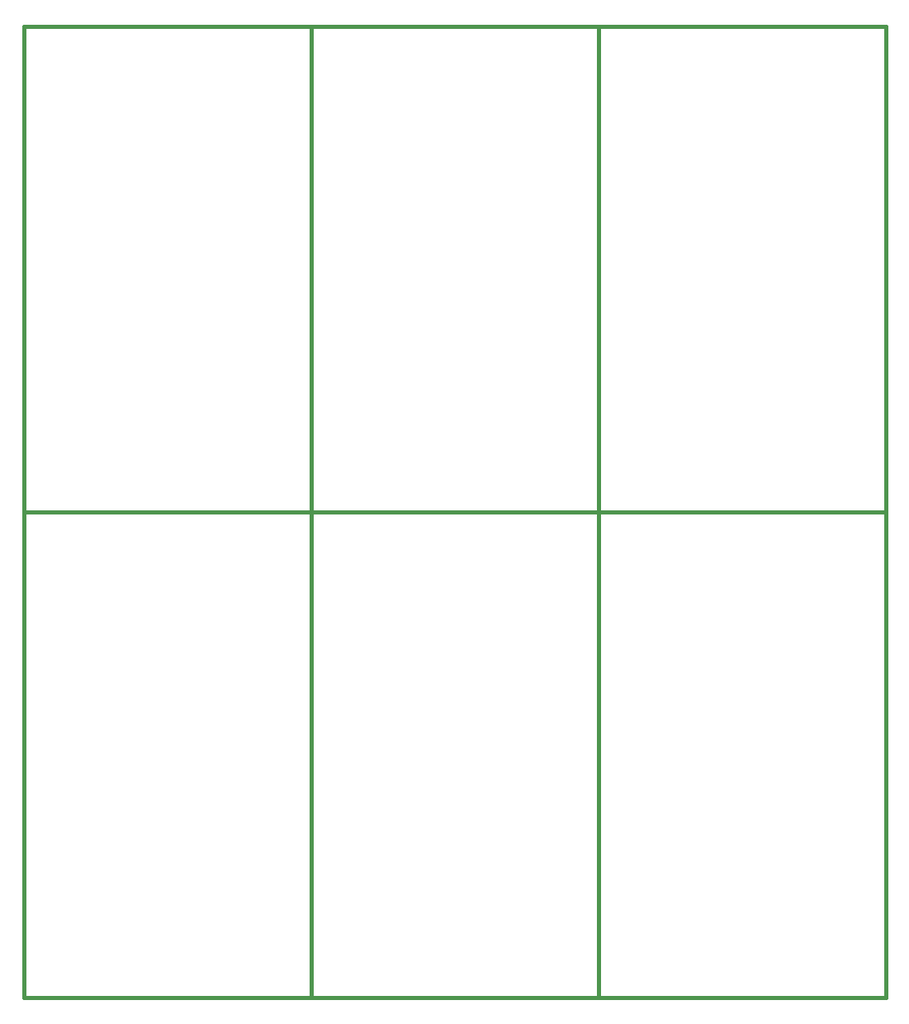
<source format=gbr>
G04 #@! TF.GenerationSoftware,KiCad,Pcbnew,5.0.0-rc2-dev-unknown-ce1bd4c~62~ubuntu16.04.1*
G04 #@! TF.CreationDate,2018-03-08T22:04:42+01:00*
G04 #@! TF.ProjectId,BM23_multi,424D32335F6D756C74692E6B69636164,rev?*
G04 #@! TF.SameCoordinates,Original*
G04 #@! TF.FileFunction,Profile,NP*
%FSLAX46Y46*%
G04 Gerber Fmt 4.6, Leading zero omitted, Abs format (unit mm)*
G04 Created by KiCad (PCBNEW 5.0.0-rc2-dev-unknown-ce1bd4c~62~ubuntu16.04.1) date Thu Mar  8 22:04:42 2018*
%MOMM*%
%LPD*%
G01*
G04 APERTURE LIST*
%ADD10C,0.400000*%
G04 APERTURE END LIST*
D10*
X238760000Y-123952000D02*
X238760000Y-173736000D01*
X238760000Y-173736000D02*
X209296000Y-173736000D01*
X209296000Y-173736000D02*
X209296000Y-123952000D01*
X209296000Y-173736000D02*
X179832000Y-173736000D01*
X179832000Y-173736000D02*
X179832000Y-123952000D01*
X179832000Y-173736000D02*
X150368000Y-173736000D01*
X150368000Y-173736000D02*
X150368000Y-123952000D01*
X238760000Y-74168000D02*
X238760000Y-123952000D01*
X238760000Y-123952000D02*
X209296000Y-123952000D01*
X209296000Y-123952000D02*
X209296000Y-74168000D01*
X209296000Y-74168000D02*
X238760000Y-74168000D01*
X209296000Y-123952000D02*
X179832000Y-123952000D01*
X179832000Y-123952000D02*
X179832000Y-74168000D01*
X179832000Y-74168000D02*
X209296000Y-74168000D01*
X150368000Y-123952000D02*
X150368000Y-74168000D01*
X179832000Y-123952000D02*
X150368000Y-123952000D01*
X150368000Y-74168000D02*
X179832000Y-74168000D01*
M02*

</source>
